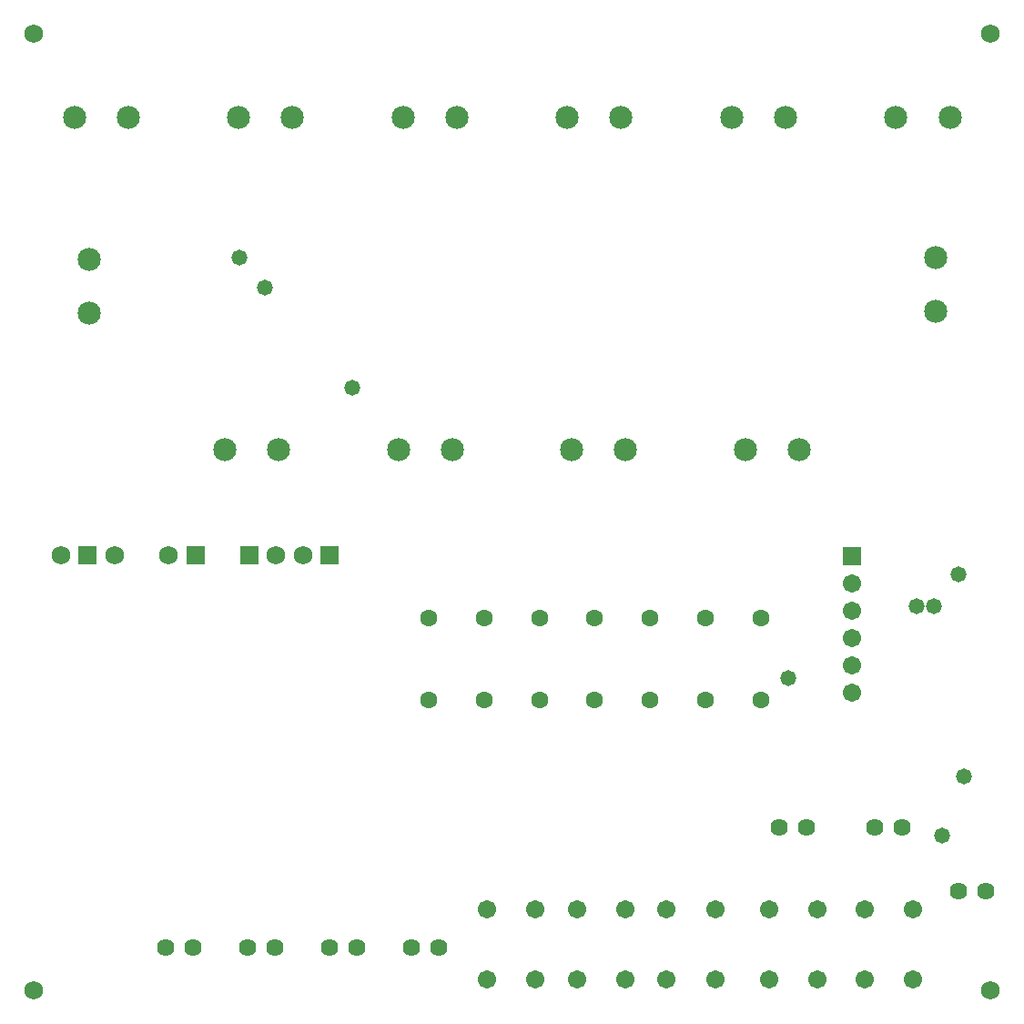
<source format=gbr>
%TF.GenerationSoftware,Altium Limited,Altium Designer,21.8.1 (53)*%
G04 Layer_Color=8388736*
%FSLAX43Y43*%
%MOMM*%
%TF.SameCoordinates,048A42BD-2BC6-4B9E-88CB-C2FB4D5E15D7*%
%TF.FilePolarity,Negative*%
%TF.FileFunction,Soldermask,Top*%
%TF.Part,Single*%
G01*
G75*
%TA.AperFunction,ViaPad*%
%ADD22C,1.727*%
%TA.AperFunction,ComponentPad*%
%ADD23C,2.153*%
%ADD24C,1.703*%
%ADD25R,1.727X1.727*%
%ADD26C,1.727*%
%ADD27R,1.703X1.703*%
%ADD28C,1.619*%
%ADD29C,1.603*%
%TA.AperFunction,ViaPad*%
%ADD30C,1.473*%
D22*
X92000Y92000D02*
D03*
X3000D02*
D03*
X92000Y3000D02*
D03*
X3000D02*
D03*
D23*
X88220Y84202D02*
D03*
X83220D02*
D03*
X72932D02*
D03*
X67932D02*
D03*
X57644D02*
D03*
X52644D02*
D03*
X42356D02*
D03*
X37356D02*
D03*
X27068D02*
D03*
X22068D02*
D03*
X11780D02*
D03*
X6780D02*
D03*
X8130Y70968D02*
D03*
Y65968D02*
D03*
X86870Y66158D02*
D03*
Y71158D02*
D03*
X69193Y53324D02*
D03*
X74193D02*
D03*
X53064D02*
D03*
X58064D02*
D03*
X36935D02*
D03*
X41935D02*
D03*
X20806D02*
D03*
X25806D02*
D03*
D24*
X53521Y4050D02*
D03*
Y10550D02*
D03*
X58021Y4050D02*
D03*
Y10550D02*
D03*
X71410Y4050D02*
D03*
Y10550D02*
D03*
X75910Y4050D02*
D03*
Y10550D02*
D03*
X79121Y30654D02*
D03*
Y33194D02*
D03*
Y35734D02*
D03*
Y38274D02*
D03*
Y40814D02*
D03*
X61885Y4050D02*
D03*
Y10550D02*
D03*
X66385Y4050D02*
D03*
Y10550D02*
D03*
X45157Y4050D02*
D03*
Y10550D02*
D03*
X49657Y4050D02*
D03*
Y10550D02*
D03*
X80300Y4050D02*
D03*
Y10550D02*
D03*
X84800Y4050D02*
D03*
Y10550D02*
D03*
D25*
X23030Y43504D02*
D03*
X30530D02*
D03*
X18030D02*
D03*
X8030D02*
D03*
D26*
X25530D02*
D03*
X28030D02*
D03*
X15530D02*
D03*
X10530D02*
D03*
X5530D02*
D03*
D27*
X79121Y43354D02*
D03*
D28*
X89027Y12192D02*
D03*
X91567D02*
D03*
X81264Y18161D02*
D03*
X83804D02*
D03*
X15240Y6985D02*
D03*
X17780D02*
D03*
X22860D02*
D03*
X25400D02*
D03*
X30480D02*
D03*
X33020D02*
D03*
X38100D02*
D03*
X40640D02*
D03*
X72374Y18161D02*
D03*
X74914D02*
D03*
D29*
X60326Y29972D02*
D03*
Y37592D02*
D03*
X65469Y29972D02*
D03*
Y37592D02*
D03*
X39752Y29972D02*
D03*
Y37592D02*
D03*
X55182Y29972D02*
D03*
Y37592D02*
D03*
X70613Y29972D02*
D03*
Y37592D02*
D03*
X44896Y29972D02*
D03*
Y37592D02*
D03*
X50039Y29972D02*
D03*
Y37592D02*
D03*
D30*
X32639Y59055D02*
D03*
X24511Y68326D02*
D03*
X22098Y71120D02*
D03*
X86741Y38735D02*
D03*
X85090D02*
D03*
X73215Y32068D02*
D03*
X89027Y41656D02*
D03*
X89535Y22860D02*
D03*
X87517Y17399D02*
D03*
%TF.MD5,f6cbf3bfb6d06afee9d78621d7a6165a*%
M02*

</source>
